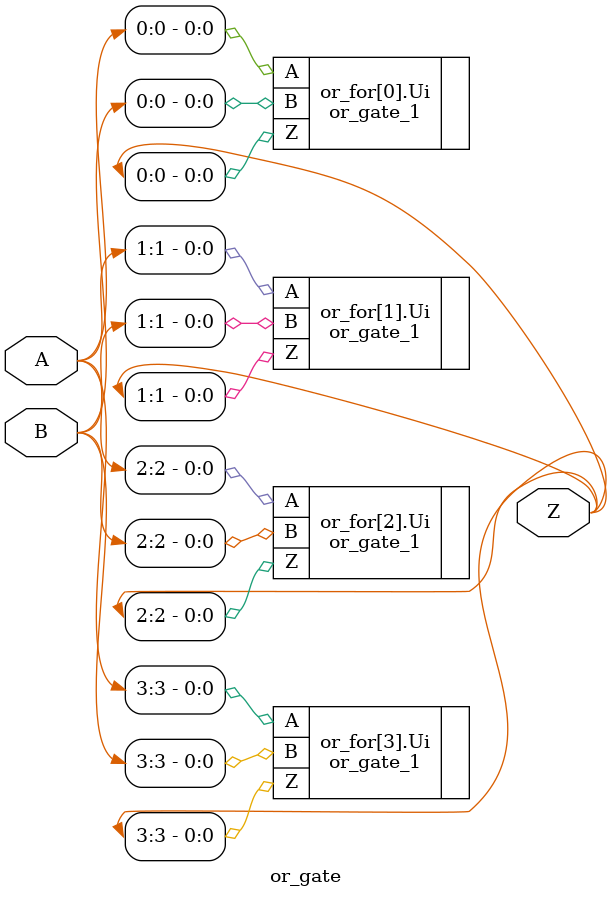
<source format=sv>
/*
Module: OR gate for N bit

Description: This module operates the OR gate with two input signals (N bits)
by using the behavioral model in System Verilog.
*/
module or_gate #(parameter N = 4)(A, B, Z);
	// parametric inputs
	input [N-1:0] A, B;
	// parametric output
	output [N-1:0] Z;
	// Create an intern variable to loop
	genvar i;
	// Using a loop we can connect every bit of both inputs and assing the outputs
	generate
		for(i = 0; i < N; i = i + 1) begin: or_for
			or_gate_1 Ui(.A(A[i]), .B(B[i]), .Z(Z[i]));
		end: or_for
	endgenerate
endmodule

</source>
